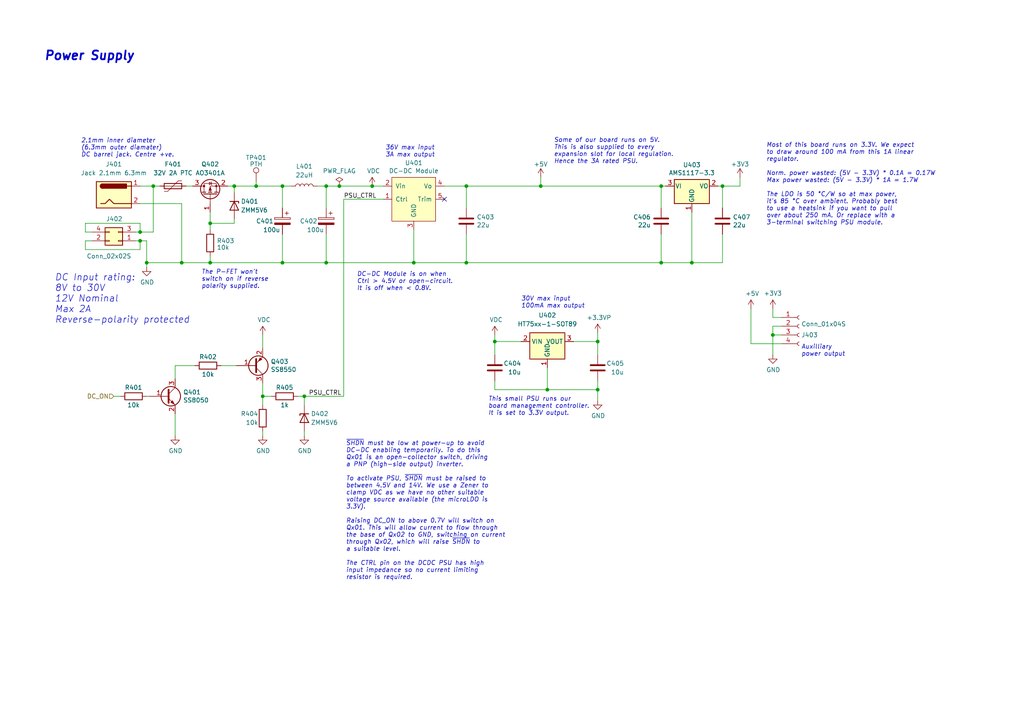
<source format=kicad_sch>
(kicad_sch (version 20230121) (generator eeschema)
  (paper "A4")
  (title_block (title "Neotron Common Hardware - Power Supply") (date "${date}") (rev "[Uncontrolled]") (company "https://neotron-compute.github.io/") (comment 1 "Licenced as CC BY-SA") (comment 2 "Copyright (c) The Neotron Developers, 2022"))
  (lib_symbols
    (symbol "Connector:Conn_01x04_Female" (pin_names (offset 1.016) hide)
      (property "Reference" "J" (at 0 5.08 0))
      (property "Value" "Conn_01x04_Female" (at 0 -7.62 0))
      (symbol "Conn_01x04_Female_1_1"
        (arc (start 0 -4.572) (mid -0.5058 -5.08) (end 0 -5.588) (stroke (width 0.1524)))
        (arc (start 0 -2.032) (mid -0.5058 -2.54) (end 0 -3.048) (stroke (width 0.1524)))
        (polyline (pts (xy -1.27 -5.08) (xy -0.508 -5.08)) (stroke (width 0.1524)))
        (polyline (pts (xy -1.27 -2.54) (xy -0.508 -2.54)) (stroke (width 0.1524)))
        (polyline (pts (xy -1.27 0) (xy -0.508 0)) (stroke (width 0.1524)))
        (polyline (pts (xy -1.27 2.54) (xy -0.508 2.54)) (stroke (width 0.1524)))
        (arc (start 0 0.508) (mid -0.5058 0) (end 0 -0.508) (stroke (width 0.1524)))
        (arc (start 0 3.048) (mid -0.5058 2.54) (end 0 2.032) (stroke (width 0.1524)))
        (pin passive line (at -5.08 2.54 0) (length 3.81) (name "Pin_1") (number "1"))
        (pin passive line (at -5.08 0 0) (length 3.81) (name "Pin_2") (number "2"))
        (pin passive line (at -5.08 -2.54 0) (length 3.81) (name "Pin_3") (number "3"))
        (pin passive line (at -5.08 -5.08 0) (length 3.81) (name "Pin_4") (number "4"))
      )
    )
    (symbol "Connector:Jack-DC" (pin_names (offset 1.016))
      (property "Reference" "J" (at 0 5.334 0))
      (property "Value" "Jack-DC" (at 0 -5.08 0))
      (symbol "Jack-DC_0_1"
        (rectangle (start -5.08 3.81) (end 5.08 -3.81) (stroke (width 0.254)) (fill (type background)))
        (arc (start -3.302 3.175) (mid -3.9343 2.54) (end -3.302 1.905) (stroke (width 0.254)))
        (arc (start -3.302 3.175) (mid -3.9343 2.54) (end -3.302 1.905) (stroke (width 0.254)) (fill (type outline)))
        (polyline (pts (xy 5.08 2.54) (xy 3.81 2.54)) (stroke (width 0.254)))
        (polyline (pts (xy -3.81 -2.54) (xy -2.54 -2.54) (xy -1.27 -1.27) (xy 0 -2.54) (xy 2.54 -2.54) (xy 5.08 -2.54)) (stroke (width 0.254)))
        (rectangle (start 3.683 3.175) (end -3.302 1.905) (stroke (width 0.254)) (fill (type outline)))
      )
      (symbol "Jack-DC_1_1"
        (pin passive line (at 7.62 2.54 180) (length 2.54) (name "~") (number "1"))
        (pin passive line (at 7.62 -2.54 180) (length 2.54) (name "~") (number "2"))
      )
    )
    (symbol "Connector:TestPoint" (pin_numbers hide) (pin_names (offset 0.762) hide)
      (property "Reference" "TP" (at 0 6.858 0))
      (property "Value" "TestPoint" (at 0 5.08 0))
      (symbol "TestPoint_0_1"
        (circle (center 0 3.302) (radius 0.762))
      )
      (symbol "TestPoint_1_1"
        (pin passive line (at 0 0 90) (length 2.54) (name "1") (number "1"))
      )
    )
    (symbol "Connector_Generic:Conn_02x02_Odd_Even" (pin_names (offset 1.016) hide)
      (property "Reference" "J" (at 1.27 2.54 0))
      (property "Value" "Conn_02x02_Odd_Even" (at 1.27 -5.08 0))
      (symbol "Conn_02x02_Odd_Even_1_1"
        (rectangle (start -1.27 -2.413) (end 0 -2.667) (stroke (width 0.1524)))
        (rectangle (start -1.27 0.127) (end 0 -0.127) (stroke (width 0.1524)))
        (rectangle (start -1.27 1.27) (end 3.81 -3.81) (stroke (width 0.254)) (fill (type background)))
        (rectangle (start 3.81 -2.413) (end 2.54 -2.667) (stroke (width 0.1524)))
        (rectangle (start 3.81 0.127) (end 2.54 -0.127) (stroke (width 0.1524)))
        (pin passive line (at -5.08 0 0) (length 3.81) (name "Pin_1") (number "1"))
        (pin passive line (at 7.62 0 180) (length 3.81) (name "Pin_2") (number "2"))
        (pin passive line (at -5.08 -2.54 0) (length 3.81) (name "Pin_3") (number "3"))
        (pin passive line (at 7.62 -2.54 180) (length 3.81) (name "Pin_4") (number "4"))
      )
    )
    (symbol "Device:C" (pin_numbers hide) (pin_names (offset 0.254))
      (property "Reference" "C" (at 0.635 2.54 0))
      (property "Value" "C" (at 0.635 -2.54 0))
      (symbol "C_0_1"
        (polyline (pts (xy -2.032 -0.762) (xy 2.032 -0.762)) (stroke (width 0.508)))
        (polyline (pts (xy -2.032 0.762) (xy 2.032 0.762)) (stroke (width 0.508)))
      )
      (symbol "C_1_1"
        (pin passive line (at 0 3.81 270) (length 2.794) (name "~") (number "1"))
        (pin passive line (at 0 -3.81 90) (length 2.794) (name "~") (number "2"))
      )
    )
    (symbol "Device:C_Polarized" (pin_numbers hide) (pin_names (offset 0.254))
      (property "Reference" "C" (at 0.635 2.54 0))
      (property "Value" "C_Polarized" (at 0.635 -2.54 0))
      (symbol "C_Polarized_0_1"
        (rectangle (start -2.286 0.508) (end 2.286 1.016))
        (polyline (pts (xy -1.778 2.286) (xy -0.762 2.286)))
        (polyline (pts (xy -1.27 2.794) (xy -1.27 1.778)))
        (rectangle (start 2.286 -0.508) (end -2.286 -1.016) (fill (type outline)))
      )
      (symbol "C_Polarized_1_1"
        (pin passive line (at 0 3.81 270) (length 2.794) (name "~") (number "1"))
        (pin passive line (at 0 -3.81 90) (length 2.794) (name "~") (number "2"))
      )
    )
    (symbol "Device:L" (pin_numbers hide) (pin_names (offset 1.016) hide)
      (property "Reference" "L" (at -1.27 0 90))
      (property "Value" "L" (at 1.905 0 90))
      (symbol "L_0_1"
        (arc (start 0 -2.54) (mid 0.6323 -1.905) (end 0 -1.27))
        (arc (start 0 -1.27) (mid 0.6323 -0.635) (end 0 0))
        (arc (start 0 0) (mid 0.6323 0.635) (end 0 1.27))
        (arc (start 0 1.27) (mid 0.6323 1.905) (end 0 2.54))
      )
      (symbol "L_1_1"
        (pin passive line (at 0 3.81 270) (length 1.27) (name "1") (number "1"))
        (pin passive line (at 0 -3.81 90) (length 1.27) (name "2") (number "2"))
      )
    )
    (symbol "Device:Polyfuse" (pin_numbers hide) (pin_names (offset 0))
      (property "Reference" "F" (at -2.54 0 90))
      (property "Value" "Polyfuse" (at 2.54 0 90))
      (symbol "Polyfuse_0_1"
        (rectangle (start -0.762 2.54) (end 0.762 -2.54) (stroke (width 0.254)))
        (polyline (pts (xy 0 2.54) (xy 0 -2.54)))
        (polyline (pts (xy -1.524 2.54) (xy -1.524 1.524) (xy 1.524 -1.524) (xy 1.524 -2.54)))
      )
      (symbol "Polyfuse_1_1"
        (pin passive line (at 0 3.81 270) (length 1.27) (name "~") (number "1"))
        (pin passive line (at 0 -3.81 90) (length 1.27) (name "~") (number "2"))
      )
    )
    (symbol "Device:R" (pin_numbers hide) (pin_names (offset 0))
      (property "Reference" "R" (at 2.032 0 90))
      (property "Value" "R" (at 0 0 90))
      (symbol "R_0_1"
        (rectangle (start -1.016 -2.54) (end 1.016 2.54) (stroke (width 0.254)))
      )
      (symbol "R_1_1"
        (pin passive line (at 0 3.81 270) (length 1.27) (name "~") (number "1"))
        (pin passive line (at 0 -3.81 90) (length 1.27) (name "~") (number "2"))
      )
    )
    (symbol "Diode:ZMMxx" (pin_numbers hide) (pin_names hide)
      (property "Reference" "D" (at 0 2.54 0))
      (property "Value" "ZMMxx" (at 0 -2.54 0))
      (symbol "ZMMxx_0_1"
        (polyline (pts (xy 1.27 0) (xy -1.27 0)))
        (polyline (pts (xy -1.27 -1.27) (xy -1.27 1.27) (xy -0.762 1.27)) (stroke (width 0.254)))
        (polyline (pts (xy 1.27 -1.27) (xy 1.27 1.27) (xy -1.27 0) (xy 1.27 -1.27)) (stroke (width 0.254)))
      )
      (symbol "ZMMxx_1_1"
        (pin passive line (at -3.81 0 0) (length 2.54) (name "K") (number "1"))
        (pin passive line (at 3.81 0 180) (length 2.54) (name "A") (number "2"))
      )
    )
    (symbol "Neotron-Common-Hardware:K78(L)05-3AR3" (pin_names (offset 1.016))
      (property "Reference" "U" (at 6.35 0 0))
      (property "Value" "K78(L)05-3AR3" (at -6.35 0 0))
      (symbol "K78(L)05-3AR3_0_0"
        (pin input line (at -8.89 -7.62 0) (length 2.54) (name "Ctrl") (number "1"))
        (pin power_in line (at -8.89 -3.81 0) (length 2.54) (name "Vin") (number "2"))
        (pin power_in line (at 0 -16.51 90) (length 2.54) (name "GND") (number "3"))
        (pin power_out line (at 8.89 -3.81 180) (length 2.54) (name "Vo") (number "4"))
        (pin input line (at 8.89 -7.62 180) (length 2.54) (name "Trim") (number "5"))
      )
      (symbol "K78(L)05-3AR3_0_1"
        (rectangle (start -6.35 -1.27) (end 6.35 -13.97) (fill (type background)))
      )
    )
    (symbol "Regulator_Linear:AMS1117CD-3.3" (pin_names (offset 0.254))
      (property "Reference" "U" (at -3.81 3.175 0))
      (property "Value" "AMS1117CD-3.3" (at 0 3.175 0))
      (symbol "AMS1117CD-3.3_0_1"
        (rectangle (start -5.08 -5.08) (end 5.08 1.905) (stroke (width 0.254)) (fill (type background)))
      )
      (symbol "AMS1117CD-3.3_1_1"
        (pin power_in line (at 0 -7.62 90) (length 2.54) (name "GND") (number "1"))
        (pin power_out line (at 7.62 0 180) (length 2.54) (name "VO") (number "2"))
        (pin power_in line (at -7.62 0 0) (length 2.54) (name "VI") (number "3"))
      )
    )
    (symbol "Regulator_Linear:HT75xx-1-SOT89"
      (property "Reference" "U" (at -5.08 -3.81 0))
      (property "Value" "HT75xx-1-SOT89" (at 0 6.35 0))
      (symbol "HT75xx-1-SOT89_0_1"
        (rectangle (start -5.08 5.08) (end 5.08 -2.54) (stroke (width 0.254)) (fill (type background)))
      )
      (symbol "HT75xx-1-SOT89_1_1"
        (pin power_in line (at 0 -5.08 90) (length 2.54) (name "GND") (number "1"))
        (pin power_in line (at -7.62 2.54 0) (length 2.54) (name "VIN") (number "2"))
        (pin power_out line (at 7.62 2.54 180) (length 2.54) (name "VOUT") (number "3"))
      )
    )
    (symbol "Transistor_BJT:BC807" (pin_names (offset 0) hide)
      (property "Reference" "Q" (at 5.08 1.905 0))
      (property "Value" "BC807" (at 5.08 0 0))
      (symbol "BC807_0_1"
        (polyline (pts (xy 0.635 0.635) (xy 2.54 2.54)))
        (polyline (pts (xy 0.635 -0.635) (xy 2.54 -2.54) (xy 2.54 -2.54)))
        (polyline (pts (xy 0.635 1.905) (xy 0.635 -1.905) (xy 0.635 -1.905)) (stroke (width 0.508)))
        (polyline (pts (xy 2.286 -1.778) (xy 1.778 -2.286) (xy 1.27 -1.27) (xy 2.286 -1.778) (xy 2.286 -1.778)) (fill (type outline)))
        (circle (center 1.27 0) (radius 2.8194) (stroke (width 0.254)))
      )
      (symbol "BC807_1_1"
        (pin input line (at -5.08 0 0) (length 5.715) (name "B") (number "1"))
        (pin passive line (at 2.54 -5.08 90) (length 2.54) (name "E") (number "2"))
        (pin passive line (at 2.54 5.08 270) (length 2.54) (name "C") (number "3"))
      )
    )
    (symbol "Transistor_BJT:BC817" (pin_names (offset 0) hide)
      (property "Reference" "Q" (at 5.08 1.905 0))
      (property "Value" "BC817" (at 5.08 0 0))
      (symbol "BC817_0_1"
        (polyline (pts (xy 0.635 0.635) (xy 2.54 2.54)))
        (polyline (pts (xy 0.635 -0.635) (xy 2.54 -2.54) (xy 2.54 -2.54)))
        (polyline (pts (xy 0.635 1.905) (xy 0.635 -1.905) (xy 0.635 -1.905)) (stroke (width 0.508)))
        (polyline (pts (xy 1.27 -1.778) (xy 1.778 -1.27) (xy 2.286 -2.286) (xy 1.27 -1.778) (xy 1.27 -1.778)) (fill (type outline)))
        (circle (center 1.27 0) (radius 2.8194) (stroke (width 0.254)))
      )
      (symbol "BC817_1_1"
        (pin input line (at -5.08 0 0) (length 5.715) (name "B") (number "1"))
        (pin passive line (at 2.54 -5.08 90) (length 2.54) (name "E") (number "2"))
        (pin passive line (at 2.54 5.08 270) (length 2.54) (name "C") (number "3"))
      )
    )
    (symbol "Transistor_FET:AO3401A" (pin_names hide)
      (property "Reference" "Q" (at 5.08 1.905 0))
      (property "Value" "AO3401A" (at 5.08 0 0))
      (symbol "AO3401A_0_1"
        (polyline (pts (xy 0.254 0) (xy -2.54 0)))
        (polyline (pts (xy 0.254 1.905) (xy 0.254 -1.905)) (stroke (width 0.254)))
        (polyline (pts (xy 0.762 -1.27) (xy 0.762 -2.286)) (stroke (width 0.254)))
        (polyline (pts (xy 0.762 0.508) (xy 0.762 -0.508)) (stroke (width 0.254)))
        (polyline (pts (xy 0.762 2.286) (xy 0.762 1.27)) (stroke (width 0.254)))
        (polyline (pts (xy 2.54 2.54) (xy 2.54 1.778)))
        (polyline (pts (xy 2.54 -2.54) (xy 2.54 0) (xy 0.762 0)))
        (polyline (pts (xy 0.762 1.778) (xy 3.302 1.778) (xy 3.302 -1.778) (xy 0.762 -1.778)))
        (polyline (pts (xy 2.286 0) (xy 1.27 0.381) (xy 1.27 -0.381) (xy 2.286 0)) (fill (type outline)))
        (polyline (pts (xy 2.794 -0.508) (xy 2.921 -0.381) (xy 3.683 -0.381) (xy 3.81 -0.254)))
        (polyline (pts (xy 3.302 -0.381) (xy 2.921 0.254) (xy 3.683 0.254) (xy 3.302 -0.381)))
        (circle (center 1.651 0) (radius 2.794) (stroke (width 0.254)))
        (circle (center 2.54 -1.778) (radius 0.254) (fill (type outline)))
        (circle (center 2.54 1.778) (radius 0.254) (fill (type outline)))
      )
      (symbol "AO3401A_1_1"
        (pin input line (at -5.08 0 0) (length 2.54) (name "G") (number "1"))
        (pin passive line (at 2.54 -5.08 90) (length 2.54) (name "S") (number "2"))
        (pin passive line (at 2.54 5.08 270) (length 2.54) (name "D") (number "3"))
      )
    )
    (symbol "power:+3.3VP" (power) (pin_names (offset 0))
      (property "Value" "+3.3VP" (at 0 2.54 0))
      (symbol "+3.3VP_0_0"
        (pin power_in line (at 0 0 90) (length 0) hide (name "+3.3VP") (number "1"))
      )
      (symbol "+3.3VP_0_1"
        (polyline (pts (xy -0.762 1.27) (xy 0 2.54)))
        (polyline (pts (xy 0 0) (xy 0 2.54)))
        (polyline (pts (xy 0 2.54) (xy 0.762 1.27)))
      )
    )
    (symbol "power:+3V3" (power) (pin_names (offset 0))
      (property "Value" "+3V3" (at 0 3.556 0))
      (symbol "+3V3_0_1"
        (polyline (pts (xy -0.762 1.27) (xy 0 2.54)))
        (polyline (pts (xy 0 0) (xy 0 2.54)))
        (polyline (pts (xy 0 2.54) (xy 0.762 1.27)))
      )
      (symbol "+3V3_1_1"
        (pin power_in line (at 0 0 90) (length 0) hide (name "+3V3") (number "1"))
      )
    )
    (symbol "power:+5V" (power) (pin_names (offset 0))
      (property "Value" "+5V" (at 0 3.556 0))
      (symbol "+5V_0_1"
        (polyline (pts (xy -0.762 1.27) (xy 0 2.54)))
        (polyline (pts (xy 0 0) (xy 0 2.54)))
        (polyline (pts (xy 0 2.54) (xy 0.762 1.27)))
      )
      (symbol "+5V_1_1"
        (pin power_in line (at 0 0 90) (length 0) hide (name "+5V") (number "1"))
      )
    )
    (symbol "power:GND" (power) (pin_names (offset 0))
      (property "Value" "GND" (at 0 -3.81 0))
      (symbol "GND_0_1"
        (polyline (pts (xy 0 0) (xy 0 -1.27) (xy 1.27 -1.27) (xy 0 -2.54) (xy -1.27 -1.27) (xy 0 -1.27)))
      )
      (symbol "GND_1_1"
        (pin power_in line (at 0 0 270) (length 0) hide (name "GND") (number "1"))
      )
    )
    (symbol "power:PWR_FLAG" (power) (pin_numbers hide) (pin_names (offset 0) hide)
      (property "Value" "PWR_FLAG" (at 0 3.81 0))
      (symbol "PWR_FLAG_0_0"
        (pin power_out line (at 0 0 90) (length 0) (name "pwr") (number "1"))
      )
      (symbol "PWR_FLAG_0_1"
        (polyline (pts (xy 0 0) (xy 0 1.27) (xy -1.016 1.905) (xy 0 2.54) (xy 1.016 1.905) (xy 0 1.27)))
      )
    )
    (symbol "power:VDC" (power) (pin_names (offset 0))
      (property "Value" "VDC" (at 0 6.35 0))
      (symbol "VDC_0_1"
        (polyline (pts (xy -0.762 1.27) (xy 0 2.54)))
        (polyline (pts (xy 0 0) (xy 0 2.54)))
        (polyline (pts (xy 0 2.54) (xy 0.762 1.27)))
      )
      (symbol "VDC_1_1"
        (pin power_in line (at 0 0 90) (length 0) hide (name "VDC") (number "1"))
      )
    )
  )
  (junction (at 107.95 53.975))
  (junction (at 191.77 76.2))
  (junction (at 143.51 99.06))
  (junction (at 98.425 53.975))
  (junction (at 173.355 113.03))
  (junction (at 76.2 114.935))
  (junction (at 158.75 113.03))
  (junction (at 88.265 114.935))
  (junction (at 74.295 53.975))
  (junction (at 156.845 53.975))
  (junction (at 120.015 76.2))
  (junction (at 40.64 67.31))
  (junction (at 191.77 53.975))
  (junction (at 42.545 76.2))
  (junction (at 44.45 53.975))
  (junction (at 60.96 76.2))
  (junction (at 209.55 53.975))
  (junction (at 224.155 97.155))
  (junction (at 94.615 53.975))
  (junction (at 67.945 53.975))
  (junction (at 81.915 76.2))
  (junction (at 60.96 64.77))
  (junction (at 135.255 53.975))
  (junction (at 52.705 76.2))
  (junction (at 200.66 76.2))
  (junction (at 135.255 76.2))
  (junction (at 40.64 69.85))
  (junction (at 81.915 53.975))
  (junction (at 94.615 76.2))
  (junction (at 173.355 99.06))
  (no_connect (at 128.905 57.785))
  (wire (pts (xy 209.55 60.325) (xy 209.55 53.975)))
  (wire (pts (xy 24.765 69.85) (xy 26.67 69.85)))
  (wire (pts (xy 120.015 66.675) (xy 120.015 76.2)))
  (wire (pts (xy 86.36 114.935) (xy 88.265 114.935)))
  (wire (pts (xy 158.75 113.03) (xy 173.355 113.03)))
  (wire (pts (xy 76.2 125.095) (xy 76.2 126.365)))
  (wire (pts (xy 214.63 53.975) (xy 209.55 53.975)))
  (wire (pts (xy 81.915 53.975) (xy 84.455 53.975)))
  (wire (pts (xy 76.2 114.935) (xy 78.74 114.935)))
  (wire (pts (xy 50.8 120.015) (xy 50.8 126.365)))
  (wire (pts (xy 88.265 125.095) (xy 88.265 126.365)))
  (wire (pts (xy 88.265 114.935) (xy 88.265 117.475)))
  (wire (pts (xy 200.66 61.595) (xy 200.66 76.2)))
  (wire (pts (xy 135.255 76.2) (xy 191.77 76.2)))
  (wire (pts (xy 40.64 69.85) (xy 40.64 72.39)))
  (wire (pts (xy 67.945 63.5) (xy 67.945 64.77)))
  (wire (pts (xy 173.355 99.06) (xy 173.355 102.87)))
  (wire (pts (xy 143.51 110.49) (xy 143.51 113.03)))
  (wire (pts (xy 24.765 67.31) (xy 24.765 64.77)))
  (wire (pts (xy 166.37 99.06) (xy 173.355 99.06)))
  (wire (pts (xy 217.805 99.695) (xy 217.805 89.535)))
  (wire (pts (xy 226.695 99.695) (xy 217.805 99.695)))
  (wire (pts (xy 52.705 59.055) (xy 40.64 59.055)))
  (wire (pts (xy 135.255 60.325) (xy 135.255 53.975)))
  (wire (pts (xy 99.695 57.785) (xy 111.125 57.785)))
  (wire (pts (xy 60.96 74.295) (xy 60.96 76.2)))
  (wire (pts (xy 76.2 97.155) (xy 76.2 100.965)))
  (wire (pts (xy 158.75 106.68) (xy 158.75 113.03)))
  (wire (pts (xy 143.51 113.03) (xy 158.75 113.03)))
  (wire (pts (xy 209.55 67.945) (xy 209.55 76.2)))
  (wire (pts (xy 44.45 67.31) (xy 44.45 53.975)))
  (wire (pts (xy 81.915 67.945) (xy 81.915 76.2)))
  (wire (pts (xy 40.64 53.975) (xy 44.45 53.975)))
  (wire (pts (xy 39.37 69.85) (xy 40.64 69.85)))
  (wire (pts (xy 42.545 76.2) (xy 52.705 76.2)))
  (wire (pts (xy 191.77 53.975) (xy 193.04 53.975)))
  (wire (pts (xy 128.905 53.975) (xy 135.255 53.975)))
  (wire (pts (xy 26.67 67.31) (xy 24.765 67.31)))
  (wire (pts (xy 143.51 99.06) (xy 151.13 99.06)))
  (wire (pts (xy 224.155 97.155) (xy 224.155 102.87)))
  (wire (pts (xy 24.765 72.39) (xy 24.765 69.85)))
  (wire (pts (xy 40.64 69.85) (xy 42.545 69.85)))
  (wire (pts (xy 60.96 64.77) (xy 60.96 66.675)))
  (wire (pts (xy 224.155 97.155) (xy 226.695 97.155)))
  (wire (pts (xy 50.8 106.045) (xy 50.8 109.855)))
  (wire (pts (xy 74.295 53.975) (xy 81.915 53.975)))
  (wire (pts (xy 60.96 76.2) (xy 81.915 76.2)))
  (wire (pts (xy 226.695 92.075) (xy 224.155 92.075)))
  (wire (pts (xy 74.295 52.705) (xy 74.295 53.975)))
  (wire (pts (xy 156.845 51.435) (xy 156.845 53.975)))
  (wire (pts (xy 191.77 76.2) (xy 200.66 76.2)))
  (wire (pts (xy 143.51 97.155) (xy 143.51 99.06)))
  (wire (pts (xy 76.2 111.125) (xy 76.2 114.935)))
  (wire (pts (xy 40.64 64.77) (xy 40.64 67.31)))
  (wire (pts (xy 52.705 59.055) (xy 52.705 76.2)))
  (wire (pts (xy 56.515 106.045) (xy 50.8 106.045)))
  (wire (pts (xy 214.63 51.435) (xy 214.63 53.975)))
  (wire (pts (xy 42.545 114.935) (xy 43.18 114.935)))
  (wire (pts (xy 81.915 76.2) (xy 94.615 76.2)))
  (wire (pts (xy 39.37 67.31) (xy 40.64 67.31)))
  (wire (pts (xy 98.425 53.975) (xy 107.95 53.975)))
  (wire (pts (xy 40.64 72.39) (xy 24.765 72.39)))
  (wire (pts (xy 226.695 94.615) (xy 224.155 94.615)))
  (wire (pts (xy 99.695 57.785) (xy 99.695 114.935)))
  (wire (pts (xy 173.355 116.205) (xy 173.355 113.03)))
  (wire (pts (xy 44.45 53.975) (xy 46.355 53.975)))
  (wire (pts (xy 67.945 53.975) (xy 74.295 53.975)))
  (wire (pts (xy 173.355 99.06) (xy 173.355 96.52)))
  (wire (pts (xy 42.545 69.85) (xy 42.545 76.2)))
  (wire (pts (xy 209.55 53.975) (xy 208.28 53.975)))
  (wire (pts (xy 68.58 106.045) (xy 64.135 106.045)))
  (wire (pts (xy 224.155 92.075) (xy 224.155 89.535)))
  (wire (pts (xy 40.64 67.31) (xy 44.45 67.31)))
  (wire (pts (xy 94.615 76.2) (xy 120.015 76.2)))
  (wire (pts (xy 52.705 76.2) (xy 60.96 76.2)))
  (wire (pts (xy 173.355 113.03) (xy 173.355 110.49)))
  (wire (pts (xy 200.66 76.2) (xy 209.55 76.2)))
  (wire (pts (xy 88.265 114.935) (xy 99.695 114.935)))
  (wire (pts (xy 76.2 114.935) (xy 76.2 117.475)))
  (wire (pts (xy 53.975 53.975) (xy 55.88 53.975)))
  (wire (pts (xy 224.155 94.615) (xy 224.155 97.155)))
  (wire (pts (xy 107.95 53.975) (xy 111.125 53.975)))
  (wire (pts (xy 33.02 114.935) (xy 34.925 114.935)))
  (wire (pts (xy 94.615 53.975) (xy 98.425 53.975)))
  (wire (pts (xy 60.96 64.77) (xy 67.945 64.77)))
  (wire (pts (xy 60.96 61.595) (xy 60.96 64.77)))
  (wire (pts (xy 66.04 53.975) (xy 67.945 53.975)))
  (wire (pts (xy 42.545 76.2) (xy 42.545 77.47)))
  (wire (pts (xy 81.915 60.325) (xy 81.915 53.975)))
  (wire (pts (xy 135.255 67.945) (xy 135.255 76.2)))
  (wire (pts (xy 135.255 53.975) (xy 156.845 53.975)))
  (wire (pts (xy 191.77 67.945) (xy 191.77 76.2)))
  (wire (pts (xy 156.845 53.975) (xy 191.77 53.975)))
  (wire (pts (xy 24.765 64.77) (xy 40.64 64.77)))
  (wire (pts (xy 143.51 99.06) (xy 143.51 102.87)))
  (wire (pts (xy 92.075 53.975) (xy 94.615 53.975)))
  (wire (pts (xy 67.945 53.975) (xy 67.945 55.88)))
  (wire (pts (xy 120.015 76.2) (xy 135.255 76.2)))
  (wire (pts (xy 94.615 67.945) (xy 94.615 76.2)))
  (wire (pts (xy 94.615 60.325) (xy 94.615 53.975)))
  (wire (pts (xy 191.77 60.325) (xy 191.77 53.975)))
  (text "30V max input\n100mA max output" (at 151.13 89.535 0) (effects (font (size 1.27 1.27) italic) (justify left bottom)))
  (text "2.1mm inner diameter\n(6.3mm outer diamater)\nDC barrel jack. Centre +ve." (at 23.495 45.72 0) (effects (font (size 1.27 1.27) italic) (justify left bottom)))
  (text "Some of our board runs on 5V.\nThis is also supplied to every\nexpansion slot for local regulation.\nHence the 3A rated PSU." (at 160.655 47.625 0) (effects (font (size 1.27 1.27) italic) (justify left bottom)))
  (text "This small PSU runs our\nboard management controller.\nIt is set to 3.3V output." (at 141.605 120.65 0) (effects (font (size 1.27 1.27) italic) (justify left bottom)))
  (text "The P-FET won't\nswitch on if reverse\npolarity supplied." (at 58.42 83.82 0) (effects (font (size 1.27 1.27) italic) (justify left bottom)))
  (text "Auxilliary\npower output" (at 232.41 103.505 0) (effects (font (size 1.27 1.27) italic) (justify left bottom)))
  (text "DC Input rating:\n8V to 30V\n12V Nominal\nMax 2A\nReverse-polarity protected" (at 15.875 93.98 0) (effects (font (size 1.905 1.905) italic) (justify left bottom)))
  (text "DC-DC Module is on when\nCtrl > 4.5V or open-circuit.\nIt is off when < 0.8V." (at 103.505 84.455 0) (effects (font (size 1.27 1.27) italic) (justify left bottom)))
  (text "36V max input\n3A max output" (at 111.76 45.72 0) (effects (font (size 1.27 1.27) italic) (justify left bottom)))
  (text "Power Supply" (at 12.7 17.78 0) (effects (font (size 2.54 2.54) (thickness 0.508) bold italic) (justify left bottom)))
  (text "~{SHDN} must be low at power-up to avoid\nDC-DC enabling temporarily. To do this\nQx01 is an open-collector switch, driving\na PNP (high-side output) inverter.\n\nTo activate PSU, ~{SHDN} must be raised to\nbetween 4.5V and 14V. We use a Zener to\nclamp VDC as we have no other suitable\nvoltage source available (the microLDO is\n3.3V).\n\nRaising DC_ON to above 0.7V will switch on\nQx01. This will allow current to flow through\nthe base of Qx02 to GND, switching on current\nthrough Qx02, which will raise ~{SHDN} to\na suitable level.\n\nThe CTRL pin on the DCDC PSU has high\ninput impedance so no current limiting\nresistor is required." (at 100.33 168.275 0) (effects (font (size 1.27 1.27) italic) (justify left bottom)))
  (text "Most of this board runs on 3.3V. We expect\nto draw around 100 mA from this 1A linear\nregulator.\n\nNorm. power wasted: (5V - 3.3V) * 0.1A = 0.17W\nMax power wasted: (5V - 3.3V) * 1A = 1.7W\n\nThe LDO is 50 °C/W so at max power,\nit's 85 °C over ambient. Probably best\nto use a heatsink if you want to pull\nover about 250 mA. Or replace with a\n3-terminal switching PSU module." (at 222.25 65.405 0) (effects (font (size 1.27 1.27) italic) (justify left bottom)))
  (label "PSU_CTRL" (at 89.535 114.935 0))
  (label "PSU_CTRL" (at 109.22 57.785 180))
  (hierarchical_label "DC_ON" (shape input) (at 33.02 114.935 180))
  (symbol (lib_id "Regulator_Linear:AMS1117CD-3.3") (at 200.66 53.975 0) (unit 1)
    (property "Reference" "U403" (at 200.66 47.8282 0))
    (property "Value" "AMS1117-3.3" (at 200.66 50.1396 0))
    (property "Footprint" "Package_TO_SOT_SMD:SOT-223-3_TabPin2" (effects hide))
    (property "Datasheet" "https://datasheet.lcsc.com/lcsc/1811142212_Advanced-Monolithic-Systems-AMS1117-3-3_C6186.pdf" (effects hide))
    (property "DNP" "0" (effects hide))
    (property "MPN" "AMS1117-3.3" (effects hide))
    (property "Manufacturer" "AMS" (effects hide))
    (property "LCSC Part#" "C6186" (effects hide))
    (property "JLCPCB Collection" "Basic" (effects hide))
  )
  (symbol (lib_id "power:GND") (at 42.545 77.47 0) (unit 1)
    (property "Reference" "#PWR0401" (effects hide))
    (property "Value" "GND" (at 42.672 81.8642 0))
  )
  (symbol (lib_id "power:+3.3VP") (at 173.355 96.52 0) (unit 1)
    (property "Reference" "#PWR0409" (effects hide))
    (property "Value" "+3.3VP" (at 173.736 92.1258 0))
  )
  (symbol (lib_id "Device:C_Polarized") (at 81.915 64.135 0) (mirror y) (unit 1)
    (property "Reference" "C401" (at 79.375 64.135 0) (effects (justify left)))
    (property "Value" "100u" (at 81.28 66.675 0) (effects (justify left)))
    (property "Footprint" "Capacitor_THT:CP_Radial_D8.0mm_P5.00mm" (effects hide))
    (property "DNP" "0" (effects hide))
    (property "Digikey" "P5182-ND" (effects hide))
    (property "MPN" "ECA-1HM101" (effects hide))
    (property "Manufacturer" "Panasonic" (effects hide))
    (property "Mouser" "667-ECA-1HM101" (effects hide))
    (property "Voltage" "50V" (effects hide))
    (property "Tolerance" "20%" (effects hide))
  )
  (symbol (lib_id "Device:C_Polarized") (at 94.615 64.135 0) (mirror y) (unit 1)
    (property "Reference" "C402" (at 92.075 64.135 0) (effects (justify left)))
    (property "Value" "100u" (at 93.98 66.675 0) (effects (justify left)))
    (property "Footprint" "Capacitor_THT:CP_Radial_D8.0mm_P5.00mm" (effects hide))
    (property "DNP" "0" (effects hide))
    (property "Digikey" "P5182-ND" (effects hide))
    (property "MPN" "ECA-1HM101" (effects hide))
    (property "Manufacturer" "Panasonic" (effects hide))
    (property "Mouser" "667-ECA-1HM101" (effects hide))
    (property "Voltage" "50V" (effects hide))
    (property "Tolerance" "20%" (effects hide))
  )
  (symbol (lib_id "Connector:Jack-DC") (at 33.02 56.515 0) (unit 1)
    (property "Reference" "J401" (at 33.02 47.625 0))
    (property "Value" "Jack 2.1mm 6.3mm" (at 33.02 50.165 0))
    (property "Footprint" "Connector_BarrelJack:BarrelJack_CUI_PJ-063AH_Horizontal" (effects hide))
    (property "DNP" "0" (effects hide))
    (property "Digikey" "CP-063AH-ND" (effects hide))
    (property "MPN" "PJ-063AH" (effects hide))
    (property "Manufacturer" "CUI" (effects hide))
    (property "Mouser" "490-PJ-063AH" (effects hide))
  )
  (symbol (lib_id "Neotron-Common-Hardware:K78(L)05-3AR3") (at 120.015 50.165 0) (unit 1)
    (property "Reference" "U401" (at 120.015 47.244 0))
    (property "Value" "DC-DC Module" (at 120.015 49.5554 0))
    (property "Footprint" "Neotron-Common-Hardware:K78xx-3AR3" (effects hide))
    (property "Datasheet" "https://www.mornsun-power.com/html/pdf/K7805-3AR3.html" (effects hide))
    (property "Manufacturer" "Mornsun" (effects hide))
    (property "DNP" "0" (effects hide))
    (property "Digikey" "2725-K7805-3AR3-ND" (effects hide))
    (property "MPN" "K7805-3AR3" (effects hide))
  )
  (symbol (lib_id "Device:Polyfuse") (at 50.165 53.975 270) (unit 1)
    (property "Reference" "F401" (at 50.165 47.625 90))
    (property "Value" "32V 2A PTC" (at 50.165 50.165 90))
    (property "Footprint" "Neotron-Common-Hardware:Bel Fuse 0ZRS0200FF" (effects hide))
    (property "Datasheet" "https://belfuse.com/resources/datasheets/circuitprotection/ds-cp-0zrs-series.pdf" (effects hide))
    (property "DNP" "0" (effects hide))
    (property "Digikey" "507-0ZRS0200FF1E-ND" (effects hide))
    (property "MPN" "0ZRS0200FF1E" (effects hide))
    (property "Manufacturer" "Bel Fuse" (effects hide))
    (property "Mouser" "530-0ZRS0200FF1E" (effects hide))
  )
  (symbol (lib_id "power:GND") (at 173.355 116.205 0) (unit 1)
    (property "Reference" "#PWR0410" (effects hide))
    (property "Value" "GND" (at 173.482 120.5992 0))
  )
  (symbol (lib_id "power:+5V") (at 156.845 51.435 0) (unit 1)
    (property "Reference" "#PWR0408" (effects hide))
    (property "Value" "+5V" (at 156.845 47.625 0))
  )
  (symbol (lib_id "Device:C") (at 135.255 64.135 0) (unit 1)
    (property "Reference" "C403" (at 138.2522 62.9666 0) (effects (justify left)))
    (property "Value" "22u" (at 138.2522 65.278 0) (effects (justify left)))
    (property "Footprint" "Capacitor_SMD:C_0805_2012Metric_Pad1.18x1.45mm_HandSolder" (effects hide))
    (property "DNP" "0" (effects hide))
    (property "MPN" "CL21A226MAYNNNE" (effects hide))
    (property "Manufacturer" "Samsung" (effects hide))
    (property "LCSC Part#" "C602037" (effects hide))
    (property "Tolerance" "X5R" (effects hide))
    (property "Voltage" "25V" (effects hide))
    (property "JLCPCB Collection" "Extended" (effects hide))
  )
  (symbol (lib_id "Device:L") (at 88.265 53.975 90) (unit 1)
    (property "Reference" "L401" (at 88.265 48.26 90))
    (property "Value" "22uH" (at 88.265 50.8 90))
    (property "Footprint" "Inductor_THT:L_Radial_D9.5mm_P5.00mm_Fastron_07HVP" (effects hide))
    (property "Datasheet" "https://www.murata-ps.com/pub/data/magnetics/kmp_1300r.pdf" (effects hide))
    (property "DNP" "0" (effects hide))
    (property "MPN" "13R223C" (effects hide))
    (property "Manufacturer" "Murata" (effects hide))
    (property "Digikey" "811-2042-ND" (effects hide))
    (property "Mouser" "580-13R223C" (effects hide))
  )
  (symbol (lib_id "Device:R") (at 76.2 121.285 0) (mirror y) (unit 1)
    (property "Reference" "R404" (at 74.93 120.015 0) (effects (justify left)))
    (property "Value" "10k" (at 74.93 122.555 0) (effects (justify left)))
    (property "Footprint" "Resistor_SMD:R_0805_2012Metric_Pad1.20x1.40mm_HandSolder" (effects hide))
    (property "DNP" "0" (effects hide))
    (property "MPN" "0805W8F1002T5E" (effects hide))
    (property "Manufacturer" "Uniroyal" (effects hide))
    (property "LCSC Part#" "C17414" (effects hide))
    (property "Tolerance" "1%" (effects hide))
    (property "JLCPCB Collection" "Basic" (effects hide))
  )
  (symbol (lib_id "power:PWR_FLAG") (at 98.425 53.975 0) (unit 1)
    (property "Reference" "#FLG0401" (effects hide))
    (property "Value" "PWR_FLAG" (at 98.425 49.5808 0))
  )
  (symbol (lib_id "power:VDC") (at 107.95 53.975 0) (unit 1)
    (property "Reference" "#PWR0406" (effects hide))
    (property "Value" "VDC" (at 108.331 49.5808 0))
  )
  (symbol (lib_id "power:VDC") (at 76.2 97.155 0) (unit 1)
    (property "Reference" "#PWR0403" (effects hide))
    (property "Value" "VDC" (at 76.581 92.7608 0))
  )
  (symbol (lib_id "Transistor_BJT:BC817") (at 48.26 114.935 0) (unit 1)
    (property "Reference" "Q401" (at 53.1114 113.7666 0) (effects (justify left)))
    (property "Value" "SS8050" (at 53.1114 116.078 0) (effects (justify left)))
    (property "Footprint" "Package_TO_SOT_SMD:SOT-23" (effects hide))
    (property "Datasheet" "https://datasheet.lcsc.com/lcsc/1811052004_Jiangsu-Changjing-Electronics-Technology-Co---Ltd--SS8050_C2150.pdf" (effects hide))
    (property "MPN" "SS8050" (effects hide))
    (property "Manufacturer" "JSCJ" (effects hide))
    (property "DNP" "0" (effects hide))
    (property "LCSC Part#" "C2150" (effects hide))
    (property "Voltage" "25V" (effects hide))
    (property "JLCPCB Collection" "Basic" (effects hide))
  )
  (symbol (lib_id "power:GND") (at 76.2 126.365 0) (unit 1)
    (property "Reference" "#PWR0404" (effects hide))
    (property "Value" "GND" (at 76.327 130.7592 0))
  )
  (symbol (lib_id "Transistor_BJT:BC807") (at 73.66 106.045 0) (mirror x) (unit 1)
    (property "Reference" "Q403" (at 78.5114 104.8766 0) (effects (justify left)))
    (property "Value" "SS8550" (at 78.5114 107.188 0) (effects (justify left)))
    (property "Footprint" "Package_TO_SOT_SMD:SOT-23" (effects hide))
    (property "Datasheet" "https://datasheet.lcsc.com/lcsc/1811052004_Jiangsu-Changjing-Electronics-Technology-Co---Ltd--SS8050_C2150.pdf" (effects hide))
    (property "MPN" "SS8550 Y2" (effects hide))
    (property "Manufacturer" "JSCJ" (effects hide))
    (property "DNP" "0" (effects hide))
    (property "LCSC Part#" "C8542" (effects hide))
    (property "Voltage" "25V" (effects hide))
    (property "JLCPCB Collection" "Basic" (effects hide))
  )
  (symbol (lib_id "power:GND") (at 50.8 126.365 0) (unit 1)
    (property "Reference" "#PWR0402" (effects hide))
    (property "Value" "GND" (at 50.927 130.7592 0))
  )
  (symbol (lib_id "Device:R") (at 60.325 106.045 270) (mirror x) (unit 1)
    (property "Reference" "R402" (at 60.325 103.505 90))
    (property "Value" "10k" (at 60.325 108.585 90))
    (property "Footprint" "Resistor_SMD:R_0805_2012Metric_Pad1.20x1.40mm_HandSolder" (effects hide))
    (property "DNP" "0" (effects hide))
    (property "MPN" "0805W8F1002T5E" (effects hide))
    (property "Manufacturer" "Uniroyal" (effects hide))
    (property "LCSC Part#" "C17414" (effects hide))
    (property "Tolerance" "1%" (effects hide))
    (property "JLCPCB Collection" "Basic" (effects hide))
  )
  (symbol (lib_id "Device:R") (at 38.735 114.935 270) (mirror x) (unit 1)
    (property "Reference" "R401" (at 38.735 112.395 90))
    (property "Value" "10k" (at 38.735 117.475 90))
    (property "Footprint" "Resistor_SMD:R_0805_2012Metric_Pad1.20x1.40mm_HandSolder" (effects hide))
    (property "DNP" "0" (effects hide))
    (property "MPN" "0805W8F1002T5E" (effects hide))
    (property "Manufacturer" "Uniroyal" (effects hide))
    (property "LCSC Part#" "C17414" (effects hide))
    (property "Tolerance" "1%" (effects hide))
    (property "JLCPCB Collection" "Basic" (effects hide))
  )
  (symbol (lib_id "Connector:Conn_01x04_Female") (at 231.775 94.615 0) (unit 1)
    (property "Reference" "J403" (at 232.41 97.155 0) (effects (justify left)))
    (property "Value" "Conn_01x04S" (at 232.41 93.98 0) (effects (justify left)))
    (property "Footprint" "Connector_PinSocket_2.54mm:PinSocket_1x04_P2.54mm_Vertical" (effects hide))
    (property "DNP" "1" (effects hide))
  )
  (symbol (lib_id "power:GND") (at 224.155 102.87 0) (unit 1)
    (property "Reference" "#PWR0414" (effects hide))
    (property "Value" "GND" (at 224.282 107.2642 0))
  )
  (symbol (lib_id "power:+5V") (at 217.805 89.535 0) (unit 1)
    (property "Reference" "#PWR0412" (effects hide))
    (property "Value" "+5V" (at 218.186 85.1408 0))
  )
  (symbol (lib_id "power:+3V3") (at 214.63 51.435 0) (unit 1)
    (property "Reference" "#PWR0411" (effects hide))
    (property "Value" "+3V3" (at 214.63 47.625 0))
  )
  (symbol (lib_id "Diode:ZMMxx") (at 88.265 121.285 90) (mirror x) (unit 1)
    (property "Reference" "D402" (at 90.17 120.015 90) (effects (justify right)))
    (property "Value" "ZMM5V6" (at 90.17 122.555 90) (effects (justify right)))
    (property "Footprint" "Diode_SMD:D_MiniMELF" (effects hide))
    (property "Datasheet" "https://datasheet.lcsc.com/lcsc/1809301122_ST-Semtech-ZMM5V6-M_C8062.pdf" (effects hide))
    (property "LCSC Part#" "C8062" (effects hide))
    (property "DNP" "0" (effects hide))
    (property "MPN" "ZMM5V6-M" (effects hide))
    (property "Manufacturer" "Semtech" (effects hide))
    (property "Voltage" "5.6V" (effects hide))
    (property "JLCPCB Collection" "Basic" (effects hide))
  )
  (symbol (lib_id "Regulator_Linear:HT75xx-1-SOT89") (at 158.75 101.6 0) (unit 1)
    (property "Reference" "U402" (at 158.75 91.44 0))
    (property "Value" "HT75xx-1-SOT89" (at 158.75 93.98 0))
    (property "Footprint" "Package_TO_SOT_SMD:SOT-89-3" (effects hide))
    (property "Datasheet" "https://www.holtek.com/documents/10179/116711/HT75xx-1v250.pdf" (effects hide))
    (property "DNP" "0" (effects hide))
    (property "JLCPCB Collection" "Basic" (effects hide))
    (property "LCSC Part#" "C14289" (effects hide))
    (property "MPN" "HT7533-1" (effects hide))
    (property "Manufacturer" "Holtek" (effects hide))
  )
  (symbol (lib_id "Device:R") (at 82.55 114.935 270) (mirror x) (unit 1)
    (property "Reference" "R405" (at 82.55 112.395 90))
    (property "Value" "1k" (at 82.55 117.475 90))
    (property "Footprint" "Resistor_SMD:R_0805_2012Metric_Pad1.20x1.40mm_HandSolder" (effects hide))
    (property "DNP" "0" (effects hide))
    (property "MPN" "0805W8F1001T5E" (effects hide))
    (property "Manufacturer" "Uniroyal" (effects hide))
    (property "LCSC Part#" "C17513" (effects hide))
    (property "Tolerance" "1%" (effects hide))
    (property "JLCPCB Collection" "Basic" (effects hide))
  )
  (symbol (lib_id "power:GND") (at 88.265 126.365 0) (unit 1)
    (property "Reference" "#PWR0405" (effects hide))
    (property "Value" "GND" (at 88.392 130.7592 0))
  )
  (symbol (lib_id "Connector_Generic:Conn_02x02_Odd_Even") (at 34.29 69.85 180) (unit 1)
    (property "Reference" "J402" (at 35.56 63.5 0) (effects (justify left)))
    (property "Value" "Conn_02x02S" (at 38.1 74.295 0) (effects (justify left)))
    (property "Footprint" "Connector_PinSocket_2.54mm:PinSocket_2x02_P2.54mm_Vertical" (effects hide))
    (property "DNP" "1" (effects hide))
  )
  (symbol (lib_id "Diode:ZMMxx") (at 67.945 59.69 270) (unit 1)
    (property "Reference" "D401" (at 69.85 58.42 90) (effects (justify left)))
    (property "Value" "ZMM5V6" (at 69.85 60.96 90) (effects (justify left)))
    (property "Footprint" "Diode_SMD:D_MiniMELF" (effects hide))
    (property "Datasheet" "https://datasheet.lcsc.com/lcsc/1809301122_ST-Semtech-ZMM5V6-M_C8062.pdf" (effects hide))
    (property "LCSC Part#" "C8062" (effects hide))
    (property "DNP" "0" (effects hide))
    (property "MPN" "ZMM5V6-M" (effects hide))
    (property "Manufacturer" "Semtech" (effects hide))
    (property "Voltage" "5.6V" (effects hide))
    (property "JLCPCB Collection" "Basic" (effects hide))
  )
  (symbol (lib_id "Device:C") (at 209.55 64.135 0) (unit 1)
    (property "Reference" "C407" (at 212.5472 62.9666 0) (effects (justify left)))
    (property "Value" "22u" (at 212.5472 65.278 0) (effects (justify left)))
    (property "Footprint" "Capacitor_SMD:C_0805_2012Metric_Pad1.18x1.45mm_HandSolder" (effects hide))
    (property "DNP" "0" (effects hide))
    (property "MPN" "CL21A226MAYNNNE" (effects hide))
    (property "Manufacturer" "Samsung" (effects hide))
    (property "LCSC Part#" "C602037" (effects hide))
    (property "Tolerance" "X5R" (effects hide))
    (property "Voltage" "25V" (effects hide))
    (property "JLCPCB Collection" "Extended" (effects hide))
  )
  (symbol (lib_id "Connector:TestPoint") (at 74.295 52.705 0) (unit 1)
    (property "Reference" "TP401" (at 74.295 45.72 0))
    (property "Value" "PTH" (at 74.295 47.625 0))
    (property "Footprint" "TestPoint:TestPoint_THTPad_D1.5mm_Drill0.7mm" (effects hide))
    (property "DNP" "1" (effects hide))
  )
  (symbol (lib_id "Device:R") (at 60.96 70.485 0) (mirror y) (unit 1)
    (property "Reference" "R403" (at 62.865 69.85 0) (effects (justify right)))
    (property "Value" "10k" (at 62.865 71.755 0) (effects (justify right)))
    (property "Footprint" "Resistor_SMD:R_0805_2012Metric_Pad1.20x1.40mm_HandSolder" (effects hide))
    (property "DNP" "0" (effects hide))
    (property "MPN" "0805W8F1002T5E" (effects hide))
    (property "Manufacturer" "Uniroyal" (effects hide))
    (property "LCSC Part#" "C17414" (effects hide))
    (property "Tolerance" "1%" (effects hide))
    (property "JLCPCB Collection" "Basic" (effects hide))
  )
  (symbol (lib_id "Device:C") (at 143.51 106.68 0) (mirror x) (unit 1)
    (property "Reference" "C404" (at 146.05 105.41 0) (effects (justify left)))
    (property "Value" "10u" (at 151.13 107.95 0) (effects (justify right)))
    (property "Footprint" "Capacitor_SMD:C_0805_2012Metric_Pad1.18x1.45mm_HandSolder" (effects hide))
    (property "DNP" "0" (effects hide))
    (property "MPN" "CL21A106KAYNNNE" (effects hide))
    (property "Manufacturer" "Samsung" (effects hide))
    (property "LCSC Part#" "C15850" (effects hide))
    (property "Tolerance" "X5R" (effects hide))
    (property "Voltage" "25V" (effects hide))
    (property "JLCPCB Collection" "Basic" (effects hide))
  )
  (symbol (lib_id "Device:C") (at 191.77 64.135 0) (mirror y) (unit 1)
    (property "Reference" "C406" (at 188.7728 62.9666 0) (effects (justify left)))
    (property "Value" "22u" (at 188.7728 65.278 0) (effects (justify left)))
    (property "Footprint" "Capacitor_SMD:C_0805_2012Metric_Pad1.18x1.45mm_HandSolder" (effects hide))
    (property "DNP" "0" (effects hide))
    (property "MPN" "CL21A226MAYNNNE" (effects hide))
    (property "Manufacturer" "Samsung" (effects hide))
    (property "LCSC Part#" "C602037" (effects hide))
    (property "Tolerance" "X5R" (effects hide))
    (property "Voltage" "25V" (effects hide))
    (property "JLCPCB Collection" "Extended" (effects hide))
  )
  (symbol (lib_id "power:+3V3") (at 224.155 89.535 0) (unit 1)
    (property "Reference" "#PWR0413" (effects hide))
    (property "Value" "+3V3" (at 224.155 85.09 0))
  )
  (symbol (lib_id "Transistor_FET:AO3401A") (at 60.96 56.515 90) (unit 1)
    (property "Reference" "Q402" (at 60.96 47.625 90))
    (property "Value" "AO3401A" (at 60.96 50.165 90))
    (property "Footprint" "Package_TO_SOT_SMD:SOT-23" (effects hide))
    (property "Datasheet" "https://datasheet.lcsc.com/lcsc/1810171817_Alpha---Omega-Semicon-AO3401A_C15127.pdf" (effects hide))
    (property "LCSC Part#" "C15127" (effects hide))
    (property "DNP" "0" (effects hide))
    (property "MPN" "AO3401A" (effects hide))
    (property "Manufacturer" "Alpha and Omega" (effects hide))
    (property "JLCPCB Collection" "Basic" (effects hide))
  )
  (symbol (lib_id "Device:C") (at 173.355 106.68 0) (mirror x) (unit 1)
    (property "Reference" "C405" (at 175.895 105.41 0) (effects (justify left)))
    (property "Value" "10u" (at 180.975 107.95 0) (effects (justify right)))
    (property "Footprint" "Capacitor_SMD:C_0805_2012Metric_Pad1.18x1.45mm_HandSolder" (effects hide))
    (property "DNP" "0" (effects hide))
    (property "MPN" "CL21A106KAYNNNE" (effects hide))
    (property "Manufacturer" "Samsung" (effects hide))
    (property "LCSC Part#" "C15850" (effects hide))
    (property "Tolerance" "X5R" (effects hide))
    (property "Voltage" "25V" (effects hide))
    (property "JLCPCB Collection" "Basic" (effects hide))
  )
  (symbol (lib_id "power:VDC") (at 143.51 97.155 0) (unit 1)
    (property "Reference" "#PWR0407" (effects hide))
    (property "Value" "VDC" (at 143.891 92.7608 0))
  )
)
</source>
